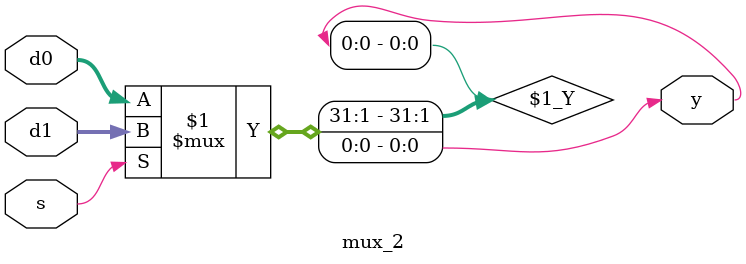
<source format=sv>
module mux_2(input [31:0] d0, d1, input s, output y);
assign y=s?d1:d0;
endmodule 

</source>
